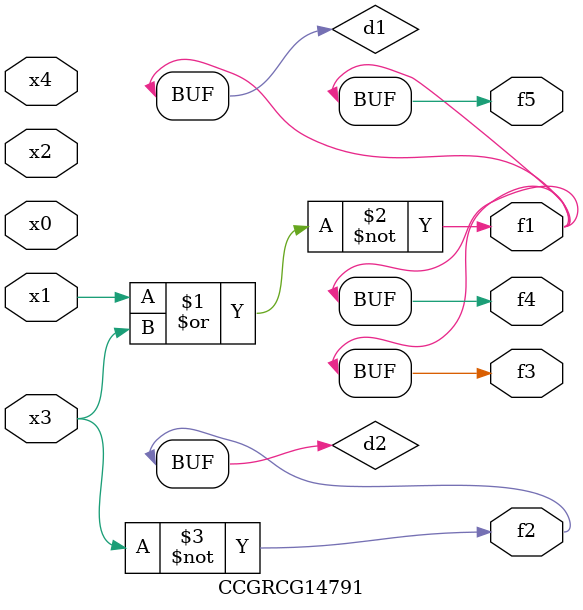
<source format=v>
module CCGRCG14791(
	input x0, x1, x2, x3, x4,
	output f1, f2, f3, f4, f5
);

	wire d1, d2;

	nor (d1, x1, x3);
	not (d2, x3);
	assign f1 = d1;
	assign f2 = d2;
	assign f3 = d1;
	assign f4 = d1;
	assign f5 = d1;
endmodule

</source>
